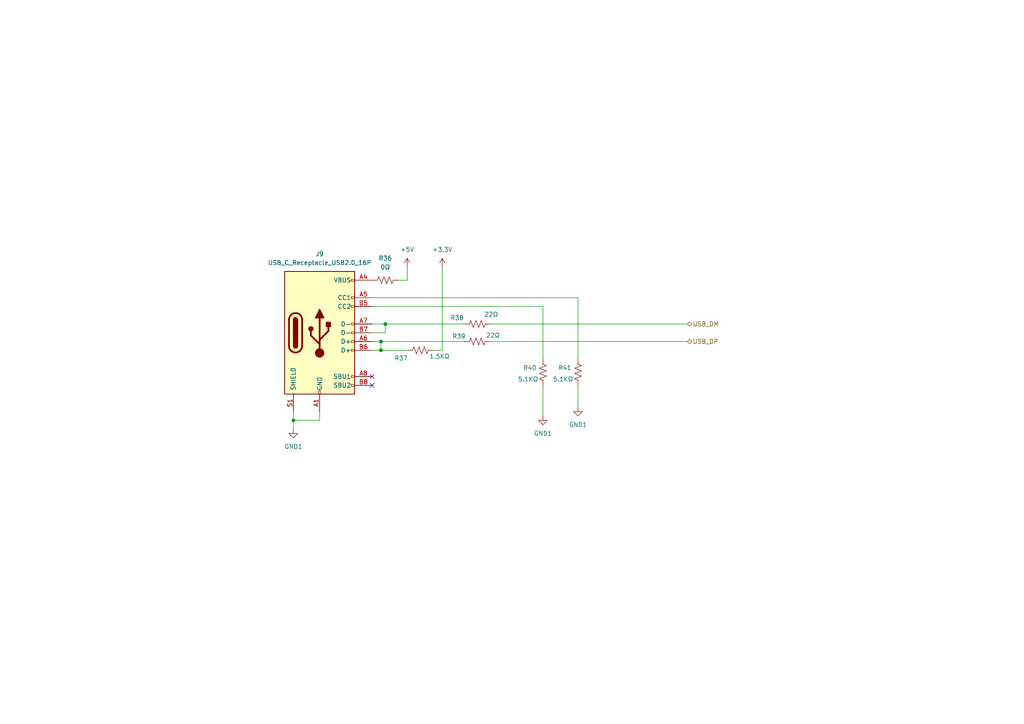
<source format=kicad_sch>
(kicad_sch (version 20231120) (generator "eeschema") (generator_version "8.0")
  (paper "A4")
  (title_block (title "bldc-controller-edp") (date "2024-08-20") (rev "1.0"))
  (lib_symbols
    (symbol "Connector:USB_C_Receptacle_USB2.0_16P" (pin_names (offset 1.016))
      (property "Reference" "J" (at 0 22.225 0))
      (property "Value" "USB_C_Receptacle_USB2.0_16P" (at 0 19.685 0))
      (symbol "USB_C_Receptacle_USB2.0_16P_0_0"
        (rectangle (start -0.254 -17.78) (end 0.254 -16.764))
        (rectangle (start 10.16 -14.986) (end 9.144 -15.494))
        (rectangle (start 10.16 -12.446) (end 9.144 -12.954))
        (rectangle (start 10.16 -4.826) (end 9.144 -5.334))
        (rectangle (start 10.16 -2.286) (end 9.144 -2.794))
        (rectangle (start 10.16 0.254) (end 9.144 -0.254))
        (rectangle (start 10.16 2.794) (end 9.144 2.286))
        (rectangle (start 10.16 7.874) (end 9.144 7.366))
        (rectangle (start 10.16 10.414) (end 9.144 9.906))
        (rectangle (start 10.16 15.494) (end 9.144 14.986))
      )
      (symbol "USB_C_Receptacle_USB2.0_16P_0_1"
        (rectangle (start -10.16 17.78) (end 10.16 -17.78) (stroke (width 0.254)) (fill (type background)))
        (arc (start -8.89 -3.81) (mid -6.985 -5.7067) (end -5.08 -3.81) (stroke (width 0.508)))
        (arc (start -7.62 -3.81) (mid -6.985 -4.4423) (end -6.35 -3.81) (stroke (width 0.254)))
        (arc (start -7.62 -3.81) (mid -6.985 -4.4423) (end -6.35 -3.81) (stroke (width 0.254)) (fill (type outline)))
        (rectangle (start -7.62 -3.81) (end -6.35 3.81) (stroke (width 0.254)) (fill (type outline)))
        (arc (start -6.35 3.81) (mid -6.985 4.4423) (end -7.62 3.81) (stroke (width 0.254)))
        (arc (start -6.35 3.81) (mid -6.985 4.4423) (end -7.62 3.81) (stroke (width 0.254)) (fill (type outline)))
        (arc (start -5.08 3.81) (mid -6.985 5.7067) (end -8.89 3.81) (stroke (width 0.508)))
        (circle (center -2.54 1.143) (radius 0.635) (stroke (width 0.254)) (fill (type outline)))
        (circle (center 0 -5.842) (radius 1.27) (fill (type outline)))
        (polyline (pts (xy -8.89 -3.81) (xy -8.89 3.81)) (stroke (width 0.508)))
        (polyline (pts (xy -5.08 3.81) (xy -5.08 -3.81)) (stroke (width 0.508)))
        (polyline (pts (xy 0 -5.842) (xy 0 4.318)) (stroke (width 0.508)))
        (polyline (pts (xy 0 -3.302) (xy -2.54 -0.762) (xy -2.54 0.508)) (stroke (width 0.508)))
        (polyline (pts (xy 0 -2.032) (xy 2.54 0.508) (xy 2.54 1.778)) (stroke (width 0.508)))
        (polyline (pts (xy -1.27 4.318) (xy 0 6.858) (xy 1.27 4.318) (xy -1.27 4.318)) (stroke (width 0.254)) (fill (type outline)))
        (rectangle (start 1.905 1.778) (end 3.175 3.048) (stroke (width 0.254)) (fill (type outline)))
      )
      (symbol "USB_C_Receptacle_USB2.0_16P_1_1"
        (pin passive line (at 0 -22.86 90) (length 5.08) (name "GND") (number "A1"))
        (pin passive line (at 0 -22.86 90) (length 5.08) hide (name "GND") (number "A12"))
        (pin passive line (at 15.24 15.24 180) (length 5.08) (name "VBUS") (number "A4"))
        (pin bidirectional line (at 15.24 10.16 180) (length 5.08) (name "CC1") (number "A5"))
        (pin bidirectional line (at 15.24 -2.54 180) (length 5.08) (name "D+") (number "A6"))
        (pin bidirectional line (at 15.24 2.54 180) (length 5.08) (name "D-") (number "A7"))
        (pin bidirectional line (at 15.24 -12.7 180) (length 5.08) (name "SBU1") (number "A8"))
        (pin passive line (at 15.24 15.24 180) (length 5.08) hide (name "VBUS") (number "A9"))
        (pin passive line (at 0 -22.86 90) (length 5.08) hide (name "GND") (number "B1"))
        (pin passive line (at 0 -22.86 90) (length 5.08) hide (name "GND") (number "B12"))
        (pin passive line (at 15.24 15.24 180) (length 5.08) hide (name "VBUS") (number "B4"))
        (pin bidirectional line (at 15.24 7.62 180) (length 5.08) (name "CC2") (number "B5"))
        (pin bidirectional line (at 15.24 -5.08 180) (length 5.08) (name "D+") (number "B6"))
        (pin bidirectional line (at 15.24 0 180) (length 5.08) (name "D-") (number "B7"))
        (pin bidirectional line (at 15.24 -15.24 180) (length 5.08) (name "SBU2") (number "B8"))
        (pin passive line (at 15.24 15.24 180) (length 5.08) hide (name "VBUS") (number "B9"))
        (pin passive line (at -7.62 -22.86 90) (length 5.08) (name "SHIELD") (number "S1"))
      )
    )
    (symbol "Device:R_US" (pin_numbers hide) (pin_names (offset 0))
      (property "Reference" "R" (at 2.54 0 90))
      (property "Value" "R_US" (at -2.54 0 90))
      (symbol "R_US_0_1"
        (polyline (pts (xy 0 -2.286) (xy 0 -2.54)))
        (polyline (pts (xy 0 2.286) (xy 0 2.54)))
        (polyline (pts (xy 0 -0.762) (xy 1.016 -1.143) (xy 0 -1.524) (xy -1.016 -1.905) (xy 0 -2.286)))
        (polyline (pts (xy 0 0.762) (xy 1.016 0.381) (xy 0 0) (xy -1.016 -0.381) (xy 0 -0.762)))
        (polyline (pts (xy 0 2.286) (xy 1.016 1.905) (xy 0 1.524) (xy -1.016 1.143) (xy 0 0.762)))
      )
      (symbol "R_US_1_1"
        (pin passive line (at 0 3.81 270) (length 1.27) (name "~") (number "1"))
        (pin passive line (at 0 -3.81 90) (length 1.27) (name "~") (number "2"))
      )
    )
    (symbol "power:+3.3V" (power) (pin_numbers hide) (pin_names (offset 0) hide)
      (property "Value" "+3.3V" (at 0 3.556 0))
      (symbol "+3.3V_0_1"
        (polyline (pts (xy -0.762 1.27) (xy 0 2.54)))
        (polyline (pts (xy 0 0) (xy 0 2.54)))
        (polyline (pts (xy 0 2.54) (xy 0.762 1.27)))
      )
      (symbol "+3.3V_1_1"
        (pin power_in line (at 0 0 90) (length 0) (name "~") (number "1"))
      )
    )
    (symbol "power:+5V" (power) (pin_numbers hide) (pin_names (offset 0) hide)
      (property "Value" "+5V" (at 0 3.556 0))
      (symbol "+5V_0_1"
        (polyline (pts (xy -0.762 1.27) (xy 0 2.54)))
        (polyline (pts (xy 0 0) (xy 0 2.54)))
        (polyline (pts (xy 0 2.54) (xy 0.762 1.27)))
      )
      (symbol "+5V_1_1"
        (pin power_in line (at 0 0 90) (length 0) (name "~") (number "1"))
      )
    )
    (symbol "power:GND1" (power) (pin_numbers hide) (pin_names (offset 0) hide)
      (property "Value" "GND1" (at 0 -3.81 0))
      (symbol "GND1_0_1"
        (polyline (pts (xy 0 0) (xy 0 -1.27) (xy 1.27 -1.27) (xy 0 -2.54) (xy -1.27 -1.27) (xy 0 -1.27)))
      )
      (symbol "GND1_1_1"
        (pin power_in line (at 0 0 270) (length 0) (name "~") (number "1"))
      )
    )
  )
  (junction (at 85.09 121.92))
  (junction (at 111.76 93.98))
  (junction (at 110.49 101.6))
  (junction (at 110.49 99.06))
  (no_connect (at 107.95 109.22))
  (no_connect (at 107.95 111.76))
  (wire (pts (xy 85.09 121.92) (xy 85.09 124.46)))
  (wire (pts (xy 107.95 86.36) (xy 167.64 86.36)))
  (wire (pts (xy 128.27 77.47) (xy 128.27 101.6)))
  (wire (pts (xy 111.76 96.52) (xy 111.76 93.98)))
  (wire (pts (xy 107.95 96.52) (xy 111.76 96.52)))
  (wire (pts (xy 118.11 81.28) (xy 118.11 77.47)))
  (wire (pts (xy 115.57 81.28) (xy 118.11 81.28)))
  (wire (pts (xy 167.64 118.11) (xy 167.64 111.76)))
  (wire (pts (xy 125.73 101.6) (xy 128.27 101.6)))
  (wire (pts (xy 110.49 101.6) (xy 110.49 99.06)))
  (wire (pts (xy 107.95 101.6) (xy 110.49 101.6)))
  (wire (pts (xy 157.48 88.9) (xy 107.95 88.9)))
  (wire (pts (xy 157.48 104.14) (xy 157.48 88.9)))
  (wire (pts (xy 85.09 121.92) (xy 92.71 121.92)))
  (wire (pts (xy 157.48 120.65) (xy 157.48 111.76)))
  (wire (pts (xy 111.76 93.98) (xy 134.62 93.98)))
  (wire (pts (xy 167.64 86.36) (xy 167.64 104.14)))
  (wire (pts (xy 107.95 99.06) (xy 110.49 99.06)))
  (wire (pts (xy 92.71 121.92) (xy 92.71 119.38)))
  (wire (pts (xy 110.49 99.06) (xy 134.62 99.06)))
  (wire (pts (xy 111.76 93.98) (xy 107.95 93.98)))
  (wire (pts (xy 142.24 99.06) (xy 199.39 99.06)))
  (wire (pts (xy 85.09 119.38) (xy 85.09 121.92)))
  (wire (pts (xy 142.24 93.98) (xy 199.39 93.98)))
  (wire (pts (xy 110.49 101.6) (xy 118.11 101.6)))
  (hierarchical_label "USB_DP" (shape bidirectional) (at 199.39 99.06 0))
  (hierarchical_label "USB_DM" (shape bidirectional) (at 199.39 93.98 0))
  (symbol (lib_id "Device:R_US") (at 138.43 99.06 270) (unit 1)
    (property "Reference" "R39" (at 133.096 97.536 90))
    (property "Value" "22Ω" (at 143.002 97.282 90))
    (property "Footprint" "Resistor_SMD:R_0603_1608Metric" (effects (hide yes)))
    (property "Manufacturer" "YAGEO" (effects (hide yes)))
    (property "Manufacturer Product Number " "RC0603FR-0722RL" (effects (hide yes)))
  )
  (symbol (lib_id "Device:R_US") (at 167.64 107.95 180) (unit 1)
    (property "Reference" "R41" (at 163.83 106.68 0))
    (property "Value" "5.1KΩ" (at 163.322 109.982 0))
    (property "Footprint" "Resistor_SMD:R_0603_1608Metric" (effects (hide yes)))
    (property "Manufacturer" "YAGEO" (effects (hide yes)))
    (property "Manufacturer Product Number " "RC0603FR-075K1L" (effects (hide yes)))
  )
  (symbol (lib_id "Connector:USB_C_Receptacle_USB2.0_16P") (at 92.71 96.52 0) (unit 1)
    (property "Reference" "J9" (at 92.71 73.66 0))
    (property "Value" "USB_C_Receptacle_USB2.0_16P" (at 92.71 76.2 0))
    (property "Footprint" "Connector_USB:USB_C_Receptacle_GCT_USB4105-xx-A_16P_TopMnt_Horizontal" (effects (hide yes)))
    (property "Datasheet" "https://www.usb.org/sites/default/files/documents/usb_type-c.zip" (effects (hide yes)))
    (property "Description" "USB 2.0-only 16P Type-C Receptacle connector" (effects (hide yes)))
  )
  (symbol (lib_id "power:GND1") (at 85.09 124.46 0) (unit 1)
    (property "Reference" "#PWR069" (effects (hide yes)))
    (property "Value" "GND1" (at 85.09 129.54 0))
    (property "Description" "Power symbol creates a global label with name \"GND1\" , ground" (effects (hide yes)))
  )
  (symbol (lib_id "power:+3.3V") (at 128.27 77.47 0) (unit 1)
    (property "Reference" "#PWR071" (effects (hide yes)))
    (property "Value" "+3.3V" (at 128.27 72.39 0))
    (property "Description" "Power symbol creates a global label with name \"+3.3V\"" (effects (hide yes)))
  )
  (symbol (lib_id "power:GND1") (at 167.64 118.11 0) (unit 1)
    (property "Reference" "#PWR073" (effects (hide yes)))
    (property "Value" "GND1" (at 167.64 123.19 0))
    (property "Description" "Power symbol creates a global label with name \"GND1\" , ground" (effects (hide yes)))
  )
  (symbol (lib_id "Device:R_US") (at 111.76 81.28 270) (unit 1)
    (property "Reference" "R36" (at 111.76 74.93 90))
    (property "Value" "0Ω" (at 111.76 77.47 90))
    (property "Footprint" "Resistor_SMD:R_0603_1608Metric" (effects (hide yes)))
    (property "Description" "RES 0 OHM 1% 1/10W 0603" (effects (hide yes)))
    (property "Manufacturer" "YAGEO" (effects (hide yes)))
    (property "Manufacturer Product Number " "RC0603JR-070RL" (effects (hide yes)))
  )
  (symbol (lib_id "power:+5V") (at 118.11 77.47 0) (unit 1)
    (property "Reference" "#PWR070" (effects (hide yes)))
    (property "Value" "+5V" (at 118.11 72.39 0))
    (property "Description" "Power symbol creates a global label with name \"+5V\"" (effects (hide yes)))
  )
  (symbol (lib_id "power:GND1") (at 157.48 120.65 0) (unit 1)
    (property "Reference" "#PWR072" (effects (hide yes)))
    (property "Value" "GND1" (at 157.48 125.73 0))
    (property "Description" "Power symbol creates a global label with name \"GND1\" , ground" (effects (hide yes)))
  )
  (symbol (lib_id "Device:R_US") (at 138.43 93.98 270) (unit 1)
    (property "Reference" "R38" (at 132.588 92.202 90))
    (property "Value" "22Ω" (at 142.494 91.186 90))
    (property "Footprint" "Resistor_SMD:R_0603_1608Metric" (effects (hide yes)))
    (property "Manufacturer" "YAGEO" (effects (hide yes)))
    (property "Manufacturer Product Number " "RC0603FR-0722RL" (effects (hide yes)))
  )
  (symbol (lib_id "Device:R_US") (at 157.48 107.95 180) (unit 1)
    (property "Reference" "R40" (at 153.67 106.68 0))
    (property "Value" "5.1KΩ" (at 153.162 109.982 0))
    (property "Footprint" "Resistor_SMD:R_0603_1608Metric" (effects (hide yes)))
    (property "Manufacturer" "YAGEO" (effects (hide yes)))
    (property "Manufacturer Product Number " "RC0603FR-075K1L" (effects (hide yes)))
  )
  (symbol (lib_id "Device:R_US") (at 121.92 101.6 270) (unit 1)
    (property "Reference" "R37" (at 116.332 103.886 90))
    (property "Value" "1.5KΩ" (at 127.508 103.378 90))
    (property "Footprint" "Resistor_SMD:R_0603_1608Metric" (effects (hide yes)))
    (property "Manufacturer" "YAGEO" (effects (hide yes)))
    (property "Manufacturer Product Number " "RC0603FR-071K5L" (effects (hide yes)))
  )
)
</source>
